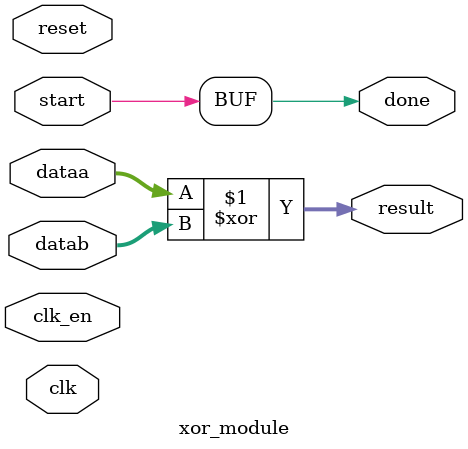
<source format=v>
/*
 * Filename : xor_module.v
 * Author : Arjun Passi
 * Version : 1.0
 * Description : This is a verilog module for NIOS-II
 *               Custom Instruction. It performs a XOR
 *               operation on two 32-bit numbers.
 */
module xor_module (  
              // System clock
              input wire clk,
	      
              // Clock enable
              input wire clk_en,

              // Synchronous reset
              input wire reset,

              // Commands custom instruction logic to start execution
              input wire start,

              // Custom instruction logic indicates to the processor
              // that execution is complete
              output wire done,
              
              // Input operand to custom instruction
              input wire [31:0] dataa,

              // Input operand to custom instruction
              input wire [31:0] datab,
              
              // Result of custom instruction
              output wire [31:0] result);


  assign done = start;
  assign result = dataa ^ datab;

endmodule

</source>
